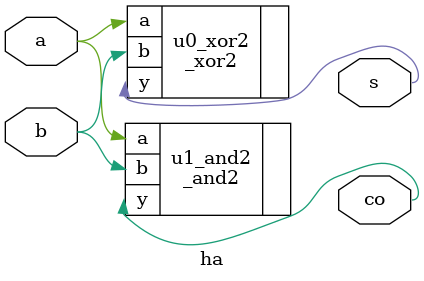
<source format=v>
module ha(a, b, co, s);
	input a, b;
	output co, s;
	
	_xor2 u0_xor2(.a(a), .b(b), .y(s));
	_and2 u1_and2(.a(a), .b(b), .y(co));
endmodule

</source>
